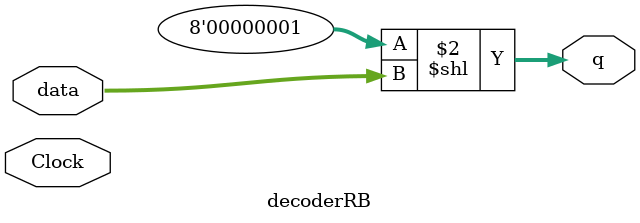
<source format=v>
module decoderRB (
  input Clock,
  input [2:0] data,
  output reg [7:0] q
);

  always @(data)
    q <= 8'b1 << data;

endmodule

</source>
